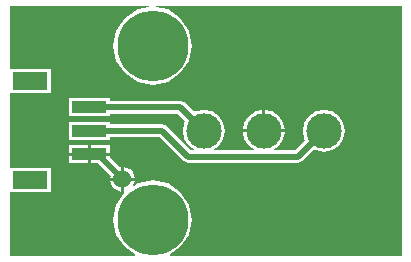
<source format=gtl>
%FSLAX25Y25*%
%MOIN*%
G70*
G01*
G75*
G04 Layer_Physical_Order=1*
G04 Layer_Color=255*
%ADD10R,0.11811X0.05906*%
%ADD11R,0.11811X0.03937*%
%ADD12C,0.02000*%
%ADD13C,0.06000*%
%ADD14C,0.11811*%
%ADD15C,0.03937*%
%ADD16C,0.23622*%
G36*
X132235Y1624D02*
X55135D01*
X54990Y2102D01*
X58449Y4413D01*
X61280Y8651D01*
X62275Y13650D01*
X61280Y18648D01*
X58449Y22886D01*
X54211Y25717D01*
X49213Y26712D01*
X44214Y25717D01*
X43094Y24969D01*
X42707Y25286D01*
X43272Y26650D01*
X39650D01*
Y22679D01*
X39753Y22552D01*
X37145Y18648D01*
X36151Y13650D01*
X37145Y8651D01*
X39976Y4413D01*
X43435Y2102D01*
X43290Y1624D01*
X1624D01*
Y22819D01*
X15370D01*
Y30724D01*
X1624D01*
Y55890D01*
X15370D01*
Y63795D01*
X1624D01*
Y84991D01*
X48065D01*
X48114Y84493D01*
X44214Y83717D01*
X39976Y80886D01*
X37145Y76648D01*
X36151Y71650D01*
X37145Y66651D01*
X39976Y62413D01*
X44214Y59582D01*
X49213Y58588D01*
X54211Y59582D01*
X58449Y62413D01*
X61280Y66651D01*
X62275Y71650D01*
X61280Y76648D01*
X58449Y80886D01*
X54211Y83717D01*
X50312Y84493D01*
X50361Y84991D01*
X132235D01*
Y1624D01*
D02*
G37*
%LPC*%
G36*
X39650Y31272D02*
Y27650D01*
X43272D01*
X42211Y30211D01*
X39650Y31272D01*
D02*
G37*
G36*
X27650Y34933D02*
X21244D01*
Y32465D01*
X27650D01*
Y34933D01*
D02*
G37*
G36*
X38650Y26650D02*
X35027D01*
X36088Y24088D01*
X38650Y23027D01*
Y26650D01*
D02*
G37*
G36*
X35055Y34933D02*
X28650D01*
Y32465D01*
X30773D01*
X35192Y28046D01*
X35027Y27650D01*
X38650D01*
Y31272D01*
X38253Y31108D01*
X35055Y34306D01*
Y34933D01*
D02*
G37*
G36*
X27650Y38402D02*
X21244D01*
Y35933D01*
X27650D01*
Y38402D01*
D02*
G37*
G36*
X85799Y50248D02*
X83605Y49812D01*
X81321Y48286D01*
X79794Y46001D01*
X79358Y43807D01*
X85799D01*
Y50248D01*
D02*
G37*
G36*
X86799D02*
Y43807D01*
X93240D01*
X92804Y46001D01*
X91278Y48286D01*
X88994Y49812D01*
X86799Y50248D01*
D02*
G37*
G36*
X35055Y38402D02*
X28650D01*
Y35933D01*
X35055D01*
Y38402D01*
D02*
G37*
G36*
Y54150D02*
X21244D01*
Y48213D01*
X35055D01*
Y49016D01*
X57529D01*
X60094Y46450D01*
X59794Y46001D01*
X59258Y43307D01*
X59794Y40613D01*
X61321Y38328D01*
X62871Y37293D01*
X62725Y36814D01*
X62046D01*
X54023Y44838D01*
X52492Y45472D01*
X35055D01*
Y46276D01*
X21244D01*
Y40339D01*
X35055D01*
Y41142D01*
X51595D01*
X59619Y33119D01*
X59619Y33119D01*
X59619D01*
X59619Y33119D01*
X59619D01*
Y33119D01*
D01*
D01*
D01*
D01*
X59619D01*
Y33119D01*
D01*
X61150Y32485D01*
X97642D01*
X99173Y33119D01*
X103156Y37102D01*
X103605Y36802D01*
X106299Y36266D01*
X108994Y36802D01*
X111278Y38328D01*
X112804Y40613D01*
X113340Y43307D01*
X112804Y46001D01*
X111278Y48286D01*
X108994Y49812D01*
X106299Y50348D01*
X103605Y49812D01*
X101321Y48286D01*
X99794Y46001D01*
X99258Y43307D01*
X99794Y40613D01*
X100094Y40164D01*
X96745Y36814D01*
X89873D01*
X89728Y37293D01*
X91278Y38328D01*
X92804Y40613D01*
X93240Y42807D01*
X79358D01*
X79794Y40613D01*
X81321Y38328D01*
X82871Y37293D01*
X82725Y36814D01*
X69873D01*
X69728Y37293D01*
X71278Y38328D01*
X72804Y40613D01*
X73340Y43307D01*
X72804Y46001D01*
X71278Y48286D01*
X68994Y49812D01*
X66299Y50348D01*
X63605Y49812D01*
X63156Y49512D01*
X59956Y52712D01*
X58425Y53346D01*
X35055D01*
Y54150D01*
D02*
G37*
%LPD*%
D10*
X8465Y59842D02*
D03*
Y26772D02*
D03*
D11*
X28150Y51181D02*
D03*
Y43307D02*
D03*
Y35433D02*
D03*
D12*
Y51181D02*
X58425D01*
X28150Y43307D02*
X52492D01*
X61150Y34650D01*
X97642D01*
X106299Y43307D01*
X58425Y51181D02*
X66299Y43307D01*
X30866Y35433D02*
X39150Y27150D01*
D13*
D03*
D14*
X66299Y43307D02*
D03*
X106299D02*
D03*
X86299D02*
D03*
D15*
X42949Y77913D02*
D03*
X55476D02*
D03*
X49213Y80508D02*
D03*
X40354Y71650D02*
D03*
X42949Y65386D02*
D03*
X49213Y62791D02*
D03*
X55476Y65386D02*
D03*
X58071Y71650D02*
D03*
X42949Y19913D02*
D03*
X55476D02*
D03*
X49213Y22508D02*
D03*
X40354Y13650D02*
D03*
X42949Y7386D02*
D03*
X49213Y4791D02*
D03*
X55476Y7386D02*
D03*
X58071Y13650D02*
D03*
D16*
X49213Y71650D02*
D03*
Y13650D02*
D03*
M02*

</source>
